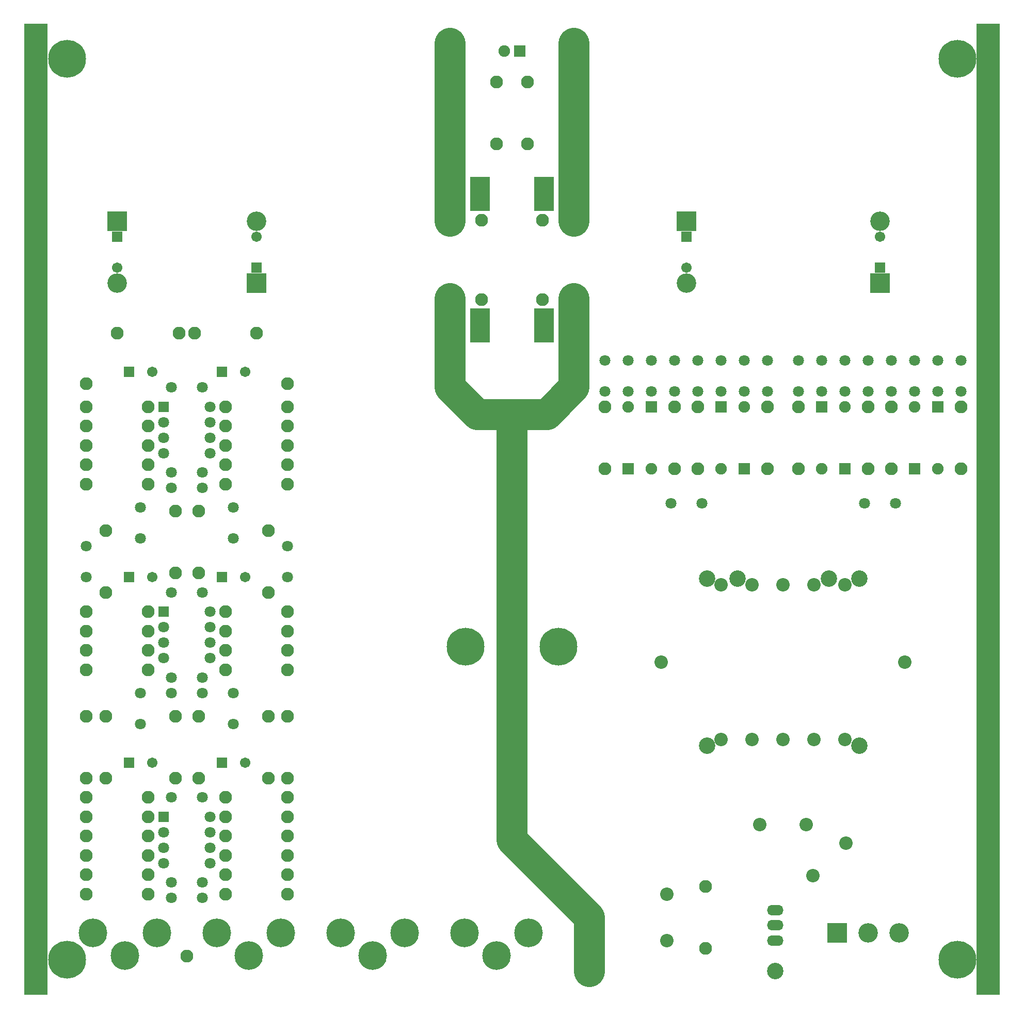
<source format=gts>
%FSLAX24Y24*%
%MOIN*%
G70*
G01*
G75*
G04 Layer_Color=8388736*
%ADD10R,0.1181X0.2165*%
%ADD11C,0.0300*%
%ADD12C,0.0400*%
%ADD13C,0.0500*%
%ADD14C,0.2000*%
%ADD15C,0.0100*%
%ADD16C,0.2362*%
%ADD17C,0.2362*%
%ADD18C,0.0787*%
%ADD19O,0.0984X0.0591*%
%ADD20C,0.0984*%
%ADD21C,0.0787*%
%ADD22C,0.0669*%
%ADD23R,0.0669X0.0669*%
%ADD24R,0.0669X0.0669*%
%ADD25C,0.0748*%
%ADD26C,0.0591*%
%ADD27R,0.0591X0.0591*%
%ADD28R,0.0591X0.0591*%
%ADD29C,0.0630*%
%ADD30R,0.1181X0.1181*%
%ADD31C,0.1181*%
%ADD32C,0.1181*%
%ADD33R,0.1181X0.1181*%
%ADD34C,0.1772*%
%ADD35C,0.0630*%
%ADD36R,0.0630X0.0630*%
%ADD37C,0.0748*%
%ADD38C,0.0512*%
%ADD39C,0.0500*%
%ADD40C,0.0591*%
%ADD41C,0.0700*%
%ADD42C,0.0800*%
%ADD43C,0.0600*%
%ADD44R,0.1261X0.2245*%
%ADD45C,0.2442*%
%ADD46C,0.2442*%
%ADD47C,0.0867*%
%ADD48O,0.1064X0.0671*%
%ADD49C,0.1064*%
%ADD50C,0.0867*%
%ADD51C,0.0749*%
%ADD52R,0.0749X0.0749*%
%ADD53R,0.0749X0.0749*%
%ADD54C,0.0828*%
%ADD55C,0.0671*%
%ADD56R,0.0671X0.0671*%
%ADD57R,0.0671X0.0671*%
%ADD58C,0.0710*%
%ADD59R,0.1261X0.1261*%
%ADD60C,0.1261*%
%ADD61C,0.1261*%
%ADD62R,0.1261X0.1261*%
%ADD63C,0.1852*%
%ADD64C,0.0710*%
%ADD65R,0.0710X0.0710*%
%ADD66C,0.0828*%
%ADD67C,0.0592*%
G36*
X-30000Y-47500D02*
X-31500D01*
Y15250D01*
X-30000D01*
Y-47500D01*
D02*
G37*
G36*
X31500D02*
X30000D01*
Y15250D01*
X31500D01*
Y-47500D01*
D02*
G37*
D14*
X5000Y-46000D02*
Y-42500D01*
X0Y-37500D02*
X5000Y-42500D01*
X0Y-37500D02*
Y-10000D01*
X-2250D02*
X2250D01*
X-4000Y-8250D02*
X-2250Y-10000D01*
X-4000Y-8250D02*
Y-2500D01*
X2250Y-10000D02*
X4000Y-8250D01*
Y-2500D01*
X-4000Y2500D02*
Y14000D01*
X4000Y2500D02*
Y14000D01*
D44*
X-2067Y-4250D02*
D03*
X2067D02*
D03*
X-2067Y4250D02*
D03*
X2067D02*
D03*
D45*
X-3000Y-25000D02*
D03*
X3000D02*
D03*
X28750Y-45250D02*
D03*
Y13000D02*
D03*
X-28750D02*
D03*
D46*
Y-45250D02*
D03*
D47*
X9626Y-26000D02*
D03*
X25374D02*
D03*
X21561Y-37689D02*
D03*
X19439Y-39811D02*
D03*
X21500Y-21000D02*
D03*
X19500D02*
D03*
X17500D02*
D03*
X15500D02*
D03*
X13500D02*
D03*
X15500Y-31000D02*
D03*
X17500D02*
D03*
X19500D02*
D03*
X19000Y-36500D02*
D03*
X16000D02*
D03*
X10000Y-44000D02*
D03*
Y-41000D02*
D03*
D48*
X17000Y-42031D02*
D03*
Y-43016D02*
D03*
Y-44000D02*
D03*
D49*
Y-45968D02*
D03*
X22421Y-20587D02*
D03*
X20453D02*
D03*
X14547D02*
D03*
X12579D02*
D03*
Y-31413D02*
D03*
X22421D02*
D03*
D50*
X13500Y-31000D02*
D03*
X21500D02*
D03*
D51*
X26000Y-9500D02*
D03*
X27500Y-13500D02*
D03*
X20000D02*
D03*
X13500D02*
D03*
X15000Y-9500D02*
D03*
X7500D02*
D03*
X21500D02*
D03*
X9000Y-13500D02*
D03*
X-492Y13500D02*
D03*
D52*
X26000Y-13500D02*
D03*
X27500Y-9500D02*
D03*
X20000D02*
D03*
X13500D02*
D03*
X15000Y-13500D02*
D03*
X7500D02*
D03*
X21500D02*
D03*
X9000Y-9500D02*
D03*
D53*
X492Y13500D02*
D03*
D54*
X-14500Y-8000D02*
D03*
X-27500D02*
D03*
X23000Y-9500D02*
D03*
Y-13500D02*
D03*
X-25500Y-4750D02*
D03*
X-16500D02*
D03*
X24500Y-9500D02*
D03*
Y-13500D02*
D03*
X1000Y11500D02*
D03*
Y7500D02*
D03*
X18500Y-9500D02*
D03*
Y-13500D02*
D03*
X6000D02*
D03*
Y-9500D02*
D03*
X12000D02*
D03*
Y-13500D02*
D03*
X10500Y-9500D02*
D03*
Y-13500D02*
D03*
X-1000Y7500D02*
D03*
Y11500D02*
D03*
X16500Y-13500D02*
D03*
Y-9500D02*
D03*
X29000D02*
D03*
Y-13500D02*
D03*
X12500Y-44500D02*
D03*
Y-40500D02*
D03*
X-27500Y-41000D02*
D03*
X-23500D02*
D03*
X-27500Y-39750D02*
D03*
X-23500D02*
D03*
X-27500Y-38500D02*
D03*
X-23500D02*
D03*
X-27500Y-37250D02*
D03*
X-23500D02*
D03*
X-27500Y-36000D02*
D03*
X-23500D02*
D03*
X-21750Y-33500D02*
D03*
Y-29500D02*
D03*
X-20250Y-33500D02*
D03*
Y-29500D02*
D03*
X-23500Y-34750D02*
D03*
X-27500D02*
D03*
X-26250Y-29500D02*
D03*
Y-33500D02*
D03*
X-27500D02*
D03*
Y-29500D02*
D03*
Y-26500D02*
D03*
X-23500D02*
D03*
X-27500Y-25250D02*
D03*
X-23500D02*
D03*
Y-24000D02*
D03*
X-27500D02*
D03*
X-23500Y-22750D02*
D03*
X-27500D02*
D03*
X-20250Y-20250D02*
D03*
Y-16250D02*
D03*
X-21750Y-20250D02*
D03*
Y-16250D02*
D03*
X-26250Y-17500D02*
D03*
Y-21500D02*
D03*
X-27500Y-14500D02*
D03*
X-23500D02*
D03*
Y-9500D02*
D03*
X-27500D02*
D03*
X-23500Y-10750D02*
D03*
X-27500D02*
D03*
Y-12000D02*
D03*
X-23500D02*
D03*
X-27500Y-13250D02*
D03*
X-23500D02*
D03*
X-14500Y-41000D02*
D03*
X-18500D02*
D03*
X-14500Y-39750D02*
D03*
X-18500D02*
D03*
X-14500Y-36000D02*
D03*
X-18500D02*
D03*
X-14500Y-38500D02*
D03*
X-18500D02*
D03*
X-14500Y-37250D02*
D03*
X-18500D02*
D03*
Y-34750D02*
D03*
X-14500D02*
D03*
X-15750Y-29500D02*
D03*
Y-33500D02*
D03*
X-14500D02*
D03*
Y-29500D02*
D03*
Y-26500D02*
D03*
X-18500D02*
D03*
X-14500Y-25250D02*
D03*
X-18500D02*
D03*
Y-24000D02*
D03*
X-14500D02*
D03*
X-18500Y-22750D02*
D03*
X-14500D02*
D03*
X-15750Y-17500D02*
D03*
Y-21500D02*
D03*
X-14500Y-13250D02*
D03*
X-18500D02*
D03*
X-14500Y-14500D02*
D03*
X-18500D02*
D03*
Y-10750D02*
D03*
X-14500D02*
D03*
Y-12000D02*
D03*
X-18500D02*
D03*
Y-9500D02*
D03*
X-14500D02*
D03*
X-21500Y-4750D02*
D03*
X-20500D02*
D03*
X-21000Y-45000D02*
D03*
D55*
X-23250Y-7250D02*
D03*
X-16500Y1500D02*
D03*
X-25500Y-500D02*
D03*
X11250D02*
D03*
X23750Y1500D02*
D03*
X-17250Y-32500D02*
D03*
X-23250D02*
D03*
Y-20500D02*
D03*
X-17250Y-7250D02*
D03*
Y-20500D02*
D03*
D56*
X-24750Y-7250D02*
D03*
X-18750Y-32500D02*
D03*
X-24750D02*
D03*
Y-20500D02*
D03*
X-18750Y-7250D02*
D03*
Y-20500D02*
D03*
D57*
X-16500Y-500D02*
D03*
X-25500Y1500D02*
D03*
X11250D02*
D03*
X23750Y-500D02*
D03*
D58*
X18500Y-8500D02*
D03*
X23000D02*
D03*
X18500Y-6500D02*
D03*
X23000D02*
D03*
X29000Y-8500D02*
D03*
Y-6500D02*
D03*
X21500D02*
D03*
X24500Y-8500D02*
D03*
Y-6500D02*
D03*
X16500Y-8500D02*
D03*
Y-6500D02*
D03*
X6000D02*
D03*
Y-8500D02*
D03*
X12000D02*
D03*
Y-6500D02*
D03*
X10500Y-8500D02*
D03*
Y-6500D02*
D03*
X26000D02*
D03*
Y-8500D02*
D03*
X21500D02*
D03*
X27500D02*
D03*
Y-6500D02*
D03*
X20000Y-8500D02*
D03*
Y-6500D02*
D03*
X7500D02*
D03*
Y-8500D02*
D03*
X13500D02*
D03*
Y-6500D02*
D03*
X9000Y-8500D02*
D03*
Y-6500D02*
D03*
X15000D02*
D03*
Y-8500D02*
D03*
X12250Y-15750D02*
D03*
X10250D02*
D03*
X24750D02*
D03*
X22750D02*
D03*
X-22000Y-40250D02*
D03*
X-20000D02*
D03*
Y-41250D02*
D03*
X-22000D02*
D03*
Y-34750D02*
D03*
X-20000D02*
D03*
X-22000Y-27000D02*
D03*
X-20000D02*
D03*
X-24000Y-30000D02*
D03*
Y-28000D02*
D03*
X-20000D02*
D03*
X-22000D02*
D03*
Y-21500D02*
D03*
X-20000D02*
D03*
Y-14750D02*
D03*
X-22000D02*
D03*
Y-13750D02*
D03*
X-20000D02*
D03*
X-24000Y-18000D02*
D03*
Y-16000D02*
D03*
X-27500Y-20500D02*
D03*
Y-18500D02*
D03*
X-22000Y-8250D02*
D03*
X-20000D02*
D03*
X-18000Y-30000D02*
D03*
Y-28000D02*
D03*
Y-18000D02*
D03*
Y-16000D02*
D03*
X-14500Y-20500D02*
D03*
Y-18500D02*
D03*
D59*
X23750Y-1500D02*
D03*
X-25500Y2500D02*
D03*
X-16500Y-1500D02*
D03*
X11250Y2500D02*
D03*
D60*
X23750D02*
D03*
X-25500Y-1500D02*
D03*
X-16500Y2500D02*
D03*
X11250Y-1500D02*
D03*
D61*
X25000Y-43500D02*
D03*
X23000D02*
D03*
D62*
X21000D02*
D03*
D63*
X-1000Y-44970D02*
D03*
X1067Y-43494D02*
D03*
X-3067D02*
D03*
X-17000Y-44970D02*
D03*
X-14933Y-43494D02*
D03*
X-19067D02*
D03*
X-9000Y-44970D02*
D03*
X-6933Y-43494D02*
D03*
X-11067D02*
D03*
X-27067D02*
D03*
X-22933D02*
D03*
X-25000Y-44970D02*
D03*
D64*
X-19500Y-39000D02*
D03*
Y-38000D02*
D03*
Y-37000D02*
D03*
Y-36000D02*
D03*
X-22500Y-37000D02*
D03*
Y-38000D02*
D03*
Y-39000D02*
D03*
X-19500Y-25750D02*
D03*
Y-24750D02*
D03*
Y-23750D02*
D03*
Y-22750D02*
D03*
X-22500Y-23750D02*
D03*
Y-24750D02*
D03*
Y-25750D02*
D03*
X-19500Y-12500D02*
D03*
Y-11500D02*
D03*
Y-10500D02*
D03*
Y-9500D02*
D03*
X-22500Y-10500D02*
D03*
Y-11500D02*
D03*
Y-12500D02*
D03*
D65*
Y-36000D02*
D03*
Y-22750D02*
D03*
Y-9500D02*
D03*
D66*
X1969Y2559D02*
D03*
X-1969D02*
D03*
X1969Y-2559D02*
D03*
X-1969D02*
D03*
D67*
X5000Y-46000D02*
D03*
M02*

</source>
